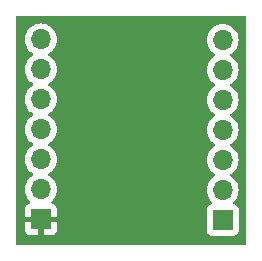
<source format=gbr>
%TF.GenerationSoftware,KiCad,Pcbnew,(7.0.0)*%
%TF.CreationDate,2023-04-14T14:15:19+02:00*%
%TF.ProjectId,ATtiny-final,41547469-6e79-42d6-9669-6e616c2e6b69,rev?*%
%TF.SameCoordinates,Original*%
%TF.FileFunction,Copper,L2,Inr*%
%TF.FilePolarity,Positive*%
%FSLAX46Y46*%
G04 Gerber Fmt 4.6, Leading zero omitted, Abs format (unit mm)*
G04 Created by KiCad (PCBNEW (7.0.0)) date 2023-04-14 14:15:19*
%MOMM*%
%LPD*%
G01*
G04 APERTURE LIST*
%TA.AperFunction,ComponentPad*%
%ADD10R,1.700000X1.700000*%
%TD*%
%TA.AperFunction,ComponentPad*%
%ADD11O,1.700000X1.700000*%
%TD*%
G04 APERTURE END LIST*
D10*
%TO.N,VCC*%
%TO.C,J1*%
X158999999Y-106699999D03*
D11*
%TO.N,/XDIR{slash}PA4*%
X158999999Y-104159999D03*
%TO.N,/PA5*%
X158999999Y-101619999D03*
%TO.N,/PA6*%
X158999999Y-99079999D03*
%TO.N,/PA7*%
X158999999Y-96539999D03*
%TO.N,/RxD{slash}PB3*%
X158999999Y-93999999D03*
%TO.N,/TxD{slash}PB2*%
X158999999Y-91459999D03*
%TD*%
D10*
%TO.N,GND*%
%TO.C,J2*%
X143599999Y-106659999D03*
D11*
%TO.N,/XCK{slash}PA3*%
X143599999Y-104119999D03*
%TO.N,/RXD{slash}PA2*%
X143599999Y-101579999D03*
%TO.N,/TXD{slash}PA1*%
X143599999Y-99039999D03*
%TO.N,/RESET-UDPI*%
X143599999Y-96499999D03*
%TO.N,/SCL{slash}XDIR{slash}PB0*%
X143599999Y-93959999D03*
%TO.N,/SDA{slash}XCK{slash}PB1*%
X143599999Y-91419999D03*
%TD*%
%TA.AperFunction,Conductor*%
%TO.N,GND*%
G36*
X160937500Y-89417113D02*
G01*
X160982887Y-89462500D01*
X160999500Y-89524500D01*
X160999500Y-108675500D01*
X160982887Y-108737500D01*
X160937500Y-108782887D01*
X160875500Y-108799500D01*
X141652500Y-108799500D01*
X141590500Y-108782887D01*
X141545113Y-108737500D01*
X141528500Y-108675500D01*
X141528500Y-107554518D01*
X142250000Y-107554518D01*
X142250353Y-107561114D01*
X142255573Y-107609667D01*
X142259111Y-107624641D01*
X142303547Y-107743777D01*
X142311962Y-107759189D01*
X142387498Y-107860092D01*
X142399907Y-107872501D01*
X142500810Y-107948037D01*
X142516222Y-107956452D01*
X142635358Y-108000888D01*
X142650332Y-108004426D01*
X142698885Y-108009646D01*
X142705482Y-108010000D01*
X143333674Y-108010000D01*
X143346549Y-108006549D01*
X143350000Y-107993674D01*
X143850000Y-107993674D01*
X143853450Y-108006549D01*
X143866326Y-108010000D01*
X144494518Y-108010000D01*
X144501114Y-108009646D01*
X144549667Y-108004426D01*
X144564641Y-108000888D01*
X144683777Y-107956452D01*
X144699189Y-107948037D01*
X144800092Y-107872501D01*
X144812501Y-107860092D01*
X144888037Y-107759189D01*
X144896452Y-107743777D01*
X144940888Y-107624641D01*
X144944426Y-107609667D01*
X144949646Y-107561114D01*
X144950000Y-107554518D01*
X144950000Y-106926326D01*
X144946549Y-106913450D01*
X144933674Y-106910000D01*
X143866326Y-106910000D01*
X143853450Y-106913450D01*
X143850000Y-106926326D01*
X143850000Y-107993674D01*
X143350000Y-107993674D01*
X143350000Y-106926326D01*
X143346549Y-106913450D01*
X143333674Y-106910000D01*
X142266326Y-106910000D01*
X142253450Y-106913450D01*
X142250000Y-106926326D01*
X142250000Y-107554518D01*
X141528500Y-107554518D01*
X141528500Y-104120000D01*
X142244341Y-104120000D01*
X142264937Y-104355408D01*
X142266336Y-104360630D01*
X142266337Y-104360634D01*
X142324694Y-104578430D01*
X142324697Y-104578438D01*
X142326097Y-104583663D01*
X142328385Y-104588570D01*
X142328386Y-104588572D01*
X142423678Y-104792927D01*
X142423681Y-104792933D01*
X142425965Y-104797830D01*
X142429064Y-104802257D01*
X142429066Y-104802259D01*
X142558399Y-104986966D01*
X142558402Y-104986970D01*
X142561505Y-104991401D01*
X142565336Y-104995232D01*
X142683818Y-105113714D01*
X142715114Y-105166460D01*
X142717303Y-105227753D01*
X142689850Y-105282597D01*
X142639471Y-105317576D01*
X142516226Y-105363544D01*
X142500810Y-105371962D01*
X142399907Y-105447498D01*
X142387498Y-105459907D01*
X142311962Y-105560810D01*
X142303547Y-105576222D01*
X142259111Y-105695358D01*
X142255573Y-105710332D01*
X142250353Y-105758885D01*
X142250000Y-105765482D01*
X142250000Y-106393674D01*
X142253450Y-106406549D01*
X142266326Y-106410000D01*
X144933674Y-106410000D01*
X144946549Y-106406549D01*
X144950000Y-106393674D01*
X144950000Y-105765482D01*
X144949646Y-105758885D01*
X144944426Y-105710332D01*
X144940888Y-105695358D01*
X144896452Y-105576222D01*
X144888037Y-105560810D01*
X144812501Y-105459907D01*
X144800092Y-105447498D01*
X144699189Y-105371962D01*
X144683779Y-105363548D01*
X144560528Y-105317577D01*
X144510149Y-105282597D01*
X144482696Y-105227753D01*
X144484885Y-105166460D01*
X144516178Y-105113717D01*
X144638495Y-104991401D01*
X144774035Y-104797830D01*
X144873903Y-104583663D01*
X144935063Y-104355408D01*
X144952159Y-104160000D01*
X157644341Y-104160000D01*
X157644813Y-104165395D01*
X157661894Y-104360634D01*
X157664937Y-104395408D01*
X157666336Y-104400630D01*
X157666337Y-104400634D01*
X157724694Y-104618430D01*
X157724697Y-104618438D01*
X157726097Y-104623663D01*
X157728385Y-104628570D01*
X157728386Y-104628572D01*
X157823678Y-104832927D01*
X157823681Y-104832933D01*
X157825965Y-104837830D01*
X157829064Y-104842257D01*
X157829066Y-104842259D01*
X157958399Y-105026966D01*
X157958402Y-105026970D01*
X157961505Y-105031401D01*
X157965336Y-105035232D01*
X158083430Y-105153326D01*
X158114726Y-105206072D01*
X158116915Y-105267365D01*
X158089462Y-105322210D01*
X158039083Y-105357189D01*
X157923702Y-105400223D01*
X157907669Y-105406204D01*
X157900572Y-105411516D01*
X157900568Y-105411519D01*
X157799550Y-105487141D01*
X157799546Y-105487144D01*
X157792454Y-105492454D01*
X157787144Y-105499546D01*
X157787141Y-105499550D01*
X157711519Y-105600568D01*
X157711516Y-105600572D01*
X157706204Y-105607669D01*
X157703104Y-105615978D01*
X157703104Y-105615980D01*
X157658620Y-105735247D01*
X157658619Y-105735250D01*
X157655909Y-105742517D01*
X157655079Y-105750227D01*
X157655079Y-105750232D01*
X157649855Y-105798819D01*
X157649854Y-105798831D01*
X157649500Y-105802127D01*
X157649500Y-105805448D01*
X157649500Y-105805449D01*
X157649500Y-107594560D01*
X157649500Y-107594578D01*
X157649501Y-107597872D01*
X157649853Y-107601150D01*
X157649854Y-107601161D01*
X157655079Y-107649768D01*
X157655080Y-107649773D01*
X157655909Y-107657483D01*
X157658619Y-107664749D01*
X157658620Y-107664753D01*
X157692217Y-107754831D01*
X157706204Y-107792331D01*
X157792454Y-107907546D01*
X157907669Y-107993796D01*
X158042517Y-108044091D01*
X158102127Y-108050500D01*
X159897872Y-108050499D01*
X159957483Y-108044091D01*
X160092331Y-107993796D01*
X160207546Y-107907546D01*
X160293796Y-107792331D01*
X160344091Y-107657483D01*
X160350500Y-107597873D01*
X160350499Y-105802128D01*
X160344091Y-105742517D01*
X160293796Y-105607669D01*
X160207546Y-105492454D01*
X160092331Y-105406204D01*
X160022359Y-105380106D01*
X159960916Y-105357189D01*
X159910537Y-105322210D01*
X159883084Y-105267365D01*
X159885273Y-105206072D01*
X159916566Y-105153329D01*
X160038495Y-105031401D01*
X160174035Y-104837830D01*
X160273903Y-104623663D01*
X160335063Y-104395408D01*
X160355659Y-104160000D01*
X160335063Y-103924592D01*
X160273903Y-103696337D01*
X160174035Y-103482171D01*
X160038495Y-103288599D01*
X159871401Y-103121505D01*
X159866968Y-103118401D01*
X159866961Y-103118395D01*
X159685842Y-102991575D01*
X159646976Y-102947257D01*
X159632965Y-102890000D01*
X159646976Y-102832743D01*
X159685842Y-102788425D01*
X159866961Y-102661604D01*
X159866961Y-102661603D01*
X159871401Y-102658495D01*
X160038495Y-102491401D01*
X160174035Y-102297830D01*
X160273903Y-102083663D01*
X160335063Y-101855408D01*
X160355659Y-101620000D01*
X160335063Y-101384592D01*
X160273903Y-101156337D01*
X160174035Y-100942171D01*
X160038495Y-100748599D01*
X159871401Y-100581505D01*
X159866968Y-100578401D01*
X159866961Y-100578395D01*
X159685842Y-100451575D01*
X159646976Y-100407257D01*
X159632965Y-100350000D01*
X159646976Y-100292743D01*
X159685842Y-100248425D01*
X159866961Y-100121604D01*
X159866961Y-100121603D01*
X159871401Y-100118495D01*
X160038495Y-99951401D01*
X160174035Y-99757830D01*
X160273903Y-99543663D01*
X160335063Y-99315408D01*
X160355659Y-99080000D01*
X160335063Y-98844592D01*
X160273903Y-98616337D01*
X160174035Y-98402171D01*
X160038495Y-98208599D01*
X159871401Y-98041505D01*
X159866968Y-98038401D01*
X159866961Y-98038395D01*
X159685842Y-97911575D01*
X159646976Y-97867257D01*
X159632965Y-97810000D01*
X159646976Y-97752743D01*
X159685842Y-97708425D01*
X159866961Y-97581604D01*
X159866961Y-97581603D01*
X159871401Y-97578495D01*
X160038495Y-97411401D01*
X160174035Y-97217830D01*
X160273903Y-97003663D01*
X160335063Y-96775408D01*
X160355659Y-96540000D01*
X160335063Y-96304592D01*
X160273903Y-96076337D01*
X160174035Y-95862171D01*
X160038495Y-95668599D01*
X159871401Y-95501505D01*
X159866968Y-95498401D01*
X159866961Y-95498395D01*
X159685842Y-95371575D01*
X159646976Y-95327257D01*
X159632965Y-95270000D01*
X159646976Y-95212743D01*
X159685842Y-95168425D01*
X159866961Y-95041604D01*
X159866961Y-95041603D01*
X159871401Y-95038495D01*
X160038495Y-94871401D01*
X160174035Y-94677830D01*
X160273903Y-94463663D01*
X160335063Y-94235408D01*
X160355659Y-94000000D01*
X160335063Y-93764592D01*
X160273903Y-93536337D01*
X160174035Y-93322171D01*
X160038495Y-93128599D01*
X159871401Y-92961505D01*
X159866968Y-92958401D01*
X159866961Y-92958395D01*
X159685842Y-92831575D01*
X159646976Y-92787257D01*
X159632965Y-92730000D01*
X159646976Y-92672743D01*
X159685842Y-92628425D01*
X159866961Y-92501604D01*
X159866961Y-92501603D01*
X159871401Y-92498495D01*
X160038495Y-92331401D01*
X160174035Y-92137830D01*
X160273903Y-91923663D01*
X160335063Y-91695408D01*
X160355659Y-91460000D01*
X160335063Y-91224592D01*
X160273903Y-90996337D01*
X160174035Y-90782171D01*
X160038495Y-90588599D01*
X159871401Y-90421505D01*
X159866970Y-90418402D01*
X159866966Y-90418399D01*
X159682259Y-90289066D01*
X159682257Y-90289064D01*
X159677830Y-90285965D01*
X159672933Y-90283681D01*
X159672927Y-90283678D01*
X159468572Y-90188386D01*
X159468570Y-90188385D01*
X159463663Y-90186097D01*
X159458438Y-90184697D01*
X159458430Y-90184694D01*
X159240634Y-90126337D01*
X159240630Y-90126336D01*
X159235408Y-90124937D01*
X159230020Y-90124465D01*
X159230017Y-90124465D01*
X159005395Y-90104813D01*
X159000000Y-90104341D01*
X158994605Y-90104813D01*
X158769982Y-90124465D01*
X158769977Y-90124465D01*
X158764592Y-90124937D01*
X158759371Y-90126335D01*
X158759365Y-90126337D01*
X158541569Y-90184694D01*
X158541557Y-90184698D01*
X158536337Y-90186097D01*
X158531432Y-90188383D01*
X158531427Y-90188386D01*
X158327081Y-90283675D01*
X158327077Y-90283677D01*
X158322171Y-90285965D01*
X158317738Y-90289068D01*
X158317731Y-90289073D01*
X158133034Y-90418399D01*
X158133029Y-90418402D01*
X158128599Y-90421505D01*
X158124775Y-90425328D01*
X158124769Y-90425334D01*
X157965334Y-90584769D01*
X157965328Y-90584775D01*
X157961505Y-90588599D01*
X157958402Y-90593029D01*
X157958399Y-90593034D01*
X157829073Y-90777731D01*
X157829068Y-90777738D01*
X157825965Y-90782171D01*
X157823677Y-90787077D01*
X157823675Y-90787081D01*
X157728386Y-90991427D01*
X157728383Y-90991432D01*
X157726097Y-90996337D01*
X157724698Y-91001557D01*
X157724694Y-91001569D01*
X157666337Y-91219365D01*
X157666335Y-91219371D01*
X157664937Y-91224592D01*
X157644341Y-91460000D01*
X157644813Y-91465395D01*
X157661894Y-91660634D01*
X157664937Y-91695408D01*
X157666336Y-91700630D01*
X157666337Y-91700634D01*
X157724694Y-91918430D01*
X157724697Y-91918438D01*
X157726097Y-91923663D01*
X157728385Y-91928570D01*
X157728386Y-91928572D01*
X157823678Y-92132927D01*
X157823681Y-92132933D01*
X157825965Y-92137830D01*
X157829064Y-92142257D01*
X157829066Y-92142259D01*
X157958399Y-92326966D01*
X157958402Y-92326970D01*
X157961505Y-92331401D01*
X158128599Y-92498495D01*
X158133032Y-92501599D01*
X158133038Y-92501604D01*
X158314158Y-92628425D01*
X158353024Y-92672743D01*
X158367035Y-92730000D01*
X158353024Y-92787257D01*
X158314159Y-92831575D01*
X158133041Y-92958395D01*
X158128599Y-92961505D01*
X158124775Y-92965328D01*
X158124769Y-92965334D01*
X157965334Y-93124769D01*
X157965328Y-93124775D01*
X157961505Y-93128599D01*
X157958402Y-93133029D01*
X157958399Y-93133034D01*
X157829073Y-93317731D01*
X157829068Y-93317738D01*
X157825965Y-93322171D01*
X157823677Y-93327077D01*
X157823675Y-93327081D01*
X157728386Y-93531427D01*
X157728383Y-93531432D01*
X157726097Y-93536337D01*
X157724698Y-93541557D01*
X157724694Y-93541569D01*
X157666337Y-93759365D01*
X157666335Y-93759371D01*
X157664937Y-93764592D01*
X157644341Y-94000000D01*
X157644813Y-94005395D01*
X157661894Y-94200634D01*
X157664937Y-94235408D01*
X157666336Y-94240630D01*
X157666337Y-94240634D01*
X157724694Y-94458430D01*
X157724697Y-94458438D01*
X157726097Y-94463663D01*
X157728385Y-94468570D01*
X157728386Y-94468572D01*
X157823678Y-94672927D01*
X157823681Y-94672933D01*
X157825965Y-94677830D01*
X157829064Y-94682257D01*
X157829066Y-94682259D01*
X157958399Y-94866966D01*
X157958402Y-94866970D01*
X157961505Y-94871401D01*
X158128599Y-95038495D01*
X158133032Y-95041599D01*
X158133038Y-95041604D01*
X158314158Y-95168425D01*
X158353024Y-95212743D01*
X158367035Y-95270000D01*
X158353024Y-95327257D01*
X158314159Y-95371575D01*
X158133041Y-95498395D01*
X158128599Y-95501505D01*
X158124775Y-95505328D01*
X158124769Y-95505334D01*
X157965334Y-95664769D01*
X157965328Y-95664775D01*
X157961505Y-95668599D01*
X157958402Y-95673029D01*
X157958399Y-95673034D01*
X157829073Y-95857731D01*
X157829068Y-95857738D01*
X157825965Y-95862171D01*
X157823677Y-95867077D01*
X157823675Y-95867081D01*
X157728386Y-96071427D01*
X157728383Y-96071432D01*
X157726097Y-96076337D01*
X157724698Y-96081557D01*
X157724694Y-96081569D01*
X157666337Y-96299365D01*
X157666335Y-96299371D01*
X157664937Y-96304592D01*
X157644341Y-96540000D01*
X157644813Y-96545395D01*
X157661894Y-96740634D01*
X157664937Y-96775408D01*
X157666336Y-96780630D01*
X157666337Y-96780634D01*
X157724694Y-96998430D01*
X157724697Y-96998438D01*
X157726097Y-97003663D01*
X157728385Y-97008570D01*
X157728386Y-97008572D01*
X157823678Y-97212927D01*
X157823681Y-97212933D01*
X157825965Y-97217830D01*
X157829064Y-97222257D01*
X157829066Y-97222259D01*
X157958399Y-97406966D01*
X157958402Y-97406970D01*
X157961505Y-97411401D01*
X158128599Y-97578495D01*
X158133032Y-97581599D01*
X158133038Y-97581604D01*
X158314158Y-97708425D01*
X158353024Y-97752743D01*
X158367035Y-97810000D01*
X158353024Y-97867257D01*
X158314159Y-97911575D01*
X158133041Y-98038395D01*
X158128599Y-98041505D01*
X158124775Y-98045328D01*
X158124769Y-98045334D01*
X157965334Y-98204769D01*
X157965328Y-98204775D01*
X157961505Y-98208599D01*
X157958402Y-98213029D01*
X157958399Y-98213034D01*
X157829073Y-98397731D01*
X157829068Y-98397738D01*
X157825965Y-98402171D01*
X157823677Y-98407077D01*
X157823675Y-98407081D01*
X157728386Y-98611427D01*
X157728383Y-98611432D01*
X157726097Y-98616337D01*
X157724698Y-98621557D01*
X157724694Y-98621569D01*
X157666337Y-98839365D01*
X157666335Y-98839371D01*
X157664937Y-98844592D01*
X157644341Y-99080000D01*
X157644813Y-99085395D01*
X157661894Y-99280634D01*
X157664937Y-99315408D01*
X157666336Y-99320630D01*
X157666337Y-99320634D01*
X157724694Y-99538430D01*
X157724697Y-99538438D01*
X157726097Y-99543663D01*
X157728385Y-99548570D01*
X157728386Y-99548572D01*
X157823678Y-99752927D01*
X157823681Y-99752933D01*
X157825965Y-99757830D01*
X157829064Y-99762257D01*
X157829066Y-99762259D01*
X157958399Y-99946966D01*
X157958402Y-99946970D01*
X157961505Y-99951401D01*
X158128599Y-100118495D01*
X158133032Y-100121599D01*
X158133038Y-100121604D01*
X158314158Y-100248425D01*
X158353024Y-100292743D01*
X158367035Y-100350000D01*
X158353024Y-100407257D01*
X158314159Y-100451575D01*
X158133041Y-100578395D01*
X158128599Y-100581505D01*
X158124775Y-100585328D01*
X158124769Y-100585334D01*
X157965334Y-100744769D01*
X157965328Y-100744775D01*
X157961505Y-100748599D01*
X157958402Y-100753029D01*
X157958399Y-100753034D01*
X157829073Y-100937731D01*
X157829068Y-100937738D01*
X157825965Y-100942171D01*
X157823677Y-100947077D01*
X157823675Y-100947081D01*
X157728386Y-101151427D01*
X157728383Y-101151432D01*
X157726097Y-101156337D01*
X157724698Y-101161557D01*
X157724694Y-101161569D01*
X157666337Y-101379365D01*
X157666335Y-101379371D01*
X157664937Y-101384592D01*
X157644341Y-101620000D01*
X157644813Y-101625395D01*
X157661894Y-101820634D01*
X157664937Y-101855408D01*
X157666336Y-101860630D01*
X157666337Y-101860634D01*
X157724694Y-102078430D01*
X157724697Y-102078438D01*
X157726097Y-102083663D01*
X157728385Y-102088570D01*
X157728386Y-102088572D01*
X157823678Y-102292927D01*
X157823681Y-102292933D01*
X157825965Y-102297830D01*
X157829064Y-102302257D01*
X157829066Y-102302259D01*
X157958399Y-102486966D01*
X157958402Y-102486970D01*
X157961505Y-102491401D01*
X158128599Y-102658495D01*
X158133032Y-102661599D01*
X158133038Y-102661604D01*
X158314158Y-102788425D01*
X158353024Y-102832743D01*
X158367035Y-102890000D01*
X158353024Y-102947257D01*
X158314159Y-102991575D01*
X158133041Y-103118395D01*
X158128599Y-103121505D01*
X158124775Y-103125328D01*
X158124769Y-103125334D01*
X157965334Y-103284769D01*
X157965328Y-103284775D01*
X157961505Y-103288599D01*
X157958402Y-103293029D01*
X157958399Y-103293034D01*
X157829073Y-103477731D01*
X157829068Y-103477738D01*
X157825965Y-103482171D01*
X157823677Y-103487077D01*
X157823675Y-103487081D01*
X157728386Y-103691427D01*
X157728383Y-103691432D01*
X157726097Y-103696337D01*
X157724698Y-103701557D01*
X157724694Y-103701569D01*
X157666337Y-103919365D01*
X157666335Y-103919371D01*
X157664937Y-103924592D01*
X157644341Y-104160000D01*
X144952159Y-104160000D01*
X144955659Y-104120000D01*
X144935063Y-103884592D01*
X144873903Y-103656337D01*
X144774035Y-103442171D01*
X144638495Y-103248599D01*
X144471401Y-103081505D01*
X144466970Y-103078402D01*
X144466966Y-103078399D01*
X144285841Y-102951574D01*
X144246976Y-102907256D01*
X144232965Y-102849999D01*
X144246976Y-102792742D01*
X144285839Y-102748426D01*
X144471401Y-102618495D01*
X144638495Y-102451401D01*
X144774035Y-102257830D01*
X144873903Y-102043663D01*
X144935063Y-101815408D01*
X144955659Y-101580000D01*
X144935063Y-101344592D01*
X144873903Y-101116337D01*
X144774035Y-100902171D01*
X144638495Y-100708599D01*
X144471401Y-100541505D01*
X144466968Y-100538401D01*
X144466961Y-100538395D01*
X144285842Y-100411575D01*
X144246976Y-100367257D01*
X144232965Y-100310000D01*
X144246976Y-100252743D01*
X144285842Y-100208425D01*
X144466961Y-100081604D01*
X144466961Y-100081603D01*
X144471401Y-100078495D01*
X144638495Y-99911401D01*
X144774035Y-99717830D01*
X144873903Y-99503663D01*
X144935063Y-99275408D01*
X144955659Y-99040000D01*
X144935063Y-98804592D01*
X144873903Y-98576337D01*
X144774035Y-98362171D01*
X144638495Y-98168599D01*
X144471401Y-98001505D01*
X144466968Y-97998401D01*
X144466961Y-97998395D01*
X144285842Y-97871575D01*
X144246976Y-97827257D01*
X144232965Y-97770000D01*
X144246976Y-97712743D01*
X144285842Y-97668425D01*
X144466961Y-97541604D01*
X144466961Y-97541603D01*
X144471401Y-97538495D01*
X144638495Y-97371401D01*
X144774035Y-97177830D01*
X144873903Y-96963663D01*
X144935063Y-96735408D01*
X144955659Y-96500000D01*
X144935063Y-96264592D01*
X144873903Y-96036337D01*
X144774035Y-95822171D01*
X144638495Y-95628599D01*
X144471401Y-95461505D01*
X144466970Y-95458402D01*
X144466966Y-95458399D01*
X144285841Y-95331574D01*
X144246976Y-95287256D01*
X144232965Y-95229999D01*
X144246976Y-95172742D01*
X144285839Y-95128426D01*
X144471401Y-94998495D01*
X144638495Y-94831401D01*
X144774035Y-94637830D01*
X144873903Y-94423663D01*
X144935063Y-94195408D01*
X144955659Y-93960000D01*
X144935063Y-93724592D01*
X144873903Y-93496337D01*
X144774035Y-93282171D01*
X144638495Y-93088599D01*
X144471401Y-92921505D01*
X144466968Y-92918401D01*
X144466961Y-92918395D01*
X144285842Y-92791575D01*
X144246976Y-92747257D01*
X144232965Y-92690000D01*
X144246976Y-92632743D01*
X144285842Y-92588425D01*
X144466961Y-92461604D01*
X144466961Y-92461603D01*
X144471401Y-92458495D01*
X144638495Y-92291401D01*
X144774035Y-92097830D01*
X144873903Y-91883663D01*
X144935063Y-91655408D01*
X144955659Y-91420000D01*
X144935063Y-91184592D01*
X144873903Y-90956337D01*
X144774035Y-90742171D01*
X144638495Y-90548599D01*
X144471401Y-90381505D01*
X144466970Y-90378402D01*
X144466966Y-90378399D01*
X144282259Y-90249066D01*
X144282257Y-90249064D01*
X144277830Y-90245965D01*
X144272933Y-90243681D01*
X144272927Y-90243678D01*
X144068572Y-90148386D01*
X144068570Y-90148385D01*
X144063663Y-90146097D01*
X144058438Y-90144697D01*
X144058430Y-90144694D01*
X143840634Y-90086337D01*
X143840630Y-90086336D01*
X143835408Y-90084937D01*
X143830020Y-90084465D01*
X143830017Y-90084465D01*
X143605395Y-90064813D01*
X143600000Y-90064341D01*
X143594605Y-90064813D01*
X143369982Y-90084465D01*
X143369977Y-90084465D01*
X143364592Y-90084937D01*
X143359371Y-90086335D01*
X143359365Y-90086337D01*
X143141569Y-90144694D01*
X143141557Y-90144698D01*
X143136337Y-90146097D01*
X143131432Y-90148383D01*
X143131427Y-90148386D01*
X142927081Y-90243675D01*
X142927077Y-90243677D01*
X142922171Y-90245965D01*
X142917738Y-90249068D01*
X142917731Y-90249073D01*
X142733034Y-90378399D01*
X142733029Y-90378402D01*
X142728599Y-90381505D01*
X142724775Y-90385328D01*
X142724769Y-90385334D01*
X142565334Y-90544769D01*
X142565328Y-90544775D01*
X142561505Y-90548599D01*
X142558402Y-90553029D01*
X142558399Y-90553034D01*
X142429073Y-90737731D01*
X142429068Y-90737738D01*
X142425965Y-90742171D01*
X142423677Y-90747077D01*
X142423675Y-90747081D01*
X142328386Y-90951427D01*
X142328383Y-90951432D01*
X142326097Y-90956337D01*
X142324698Y-90961557D01*
X142324694Y-90961569D01*
X142266337Y-91179365D01*
X142266335Y-91179371D01*
X142264937Y-91184592D01*
X142264465Y-91189977D01*
X142264465Y-91189982D01*
X142244813Y-91414605D01*
X142244341Y-91420000D01*
X142264937Y-91655408D01*
X142266336Y-91660630D01*
X142266337Y-91660634D01*
X142324694Y-91878430D01*
X142324697Y-91878438D01*
X142326097Y-91883663D01*
X142328385Y-91888570D01*
X142328386Y-91888572D01*
X142423678Y-92092927D01*
X142423681Y-92092933D01*
X142425965Y-92097830D01*
X142429064Y-92102257D01*
X142429066Y-92102259D01*
X142558399Y-92286966D01*
X142558402Y-92286970D01*
X142561505Y-92291401D01*
X142728599Y-92458495D01*
X142733032Y-92461599D01*
X142733038Y-92461604D01*
X142914158Y-92588425D01*
X142953024Y-92632743D01*
X142967035Y-92690000D01*
X142953024Y-92747257D01*
X142914159Y-92791575D01*
X142733041Y-92918395D01*
X142728599Y-92921505D01*
X142724775Y-92925328D01*
X142724769Y-92925334D01*
X142565334Y-93084769D01*
X142565328Y-93084775D01*
X142561505Y-93088599D01*
X142558402Y-93093029D01*
X142558399Y-93093034D01*
X142429073Y-93277731D01*
X142429068Y-93277738D01*
X142425965Y-93282171D01*
X142423677Y-93287077D01*
X142423675Y-93287081D01*
X142328386Y-93491427D01*
X142328383Y-93491432D01*
X142326097Y-93496337D01*
X142324698Y-93501557D01*
X142324694Y-93501569D01*
X142266337Y-93719365D01*
X142266335Y-93719371D01*
X142264937Y-93724592D01*
X142264465Y-93729977D01*
X142264465Y-93729982D01*
X142244813Y-93954605D01*
X142244341Y-93960000D01*
X142264937Y-94195408D01*
X142266336Y-94200630D01*
X142266337Y-94200634D01*
X142324694Y-94418430D01*
X142324697Y-94418438D01*
X142326097Y-94423663D01*
X142328385Y-94428570D01*
X142328386Y-94428572D01*
X142423678Y-94632927D01*
X142423681Y-94632933D01*
X142425965Y-94637830D01*
X142429064Y-94642257D01*
X142429066Y-94642259D01*
X142558399Y-94826966D01*
X142558402Y-94826970D01*
X142561505Y-94831401D01*
X142728599Y-94998495D01*
X142733032Y-95001599D01*
X142733038Y-95001604D01*
X142914158Y-95128425D01*
X142953024Y-95172743D01*
X142967035Y-95230000D01*
X142953024Y-95287257D01*
X142914160Y-95331574D01*
X142728599Y-95461505D01*
X142724775Y-95465328D01*
X142724769Y-95465334D01*
X142565334Y-95624769D01*
X142565328Y-95624775D01*
X142561505Y-95628599D01*
X142558402Y-95633029D01*
X142558399Y-95633034D01*
X142429073Y-95817731D01*
X142429068Y-95817738D01*
X142425965Y-95822171D01*
X142423677Y-95827077D01*
X142423675Y-95827081D01*
X142328386Y-96031427D01*
X142328383Y-96031432D01*
X142326097Y-96036337D01*
X142324698Y-96041557D01*
X142324694Y-96041569D01*
X142266337Y-96259365D01*
X142266335Y-96259371D01*
X142264937Y-96264592D01*
X142264465Y-96269977D01*
X142264465Y-96269982D01*
X142244813Y-96494605D01*
X142244341Y-96500000D01*
X142264937Y-96735408D01*
X142266336Y-96740630D01*
X142266337Y-96740634D01*
X142324694Y-96958430D01*
X142324697Y-96958438D01*
X142326097Y-96963663D01*
X142328385Y-96968570D01*
X142328386Y-96968572D01*
X142423678Y-97172927D01*
X142423681Y-97172933D01*
X142425965Y-97177830D01*
X142429064Y-97182257D01*
X142429066Y-97182259D01*
X142558399Y-97366966D01*
X142558402Y-97366970D01*
X142561505Y-97371401D01*
X142728599Y-97538495D01*
X142733032Y-97541599D01*
X142733038Y-97541604D01*
X142914158Y-97668425D01*
X142953024Y-97712743D01*
X142967035Y-97770000D01*
X142953024Y-97827257D01*
X142914159Y-97871575D01*
X142733041Y-97998395D01*
X142728599Y-98001505D01*
X142724775Y-98005328D01*
X142724769Y-98005334D01*
X142565334Y-98164769D01*
X142565328Y-98164775D01*
X142561505Y-98168599D01*
X142558402Y-98173029D01*
X142558399Y-98173034D01*
X142429073Y-98357731D01*
X142429068Y-98357738D01*
X142425965Y-98362171D01*
X142423677Y-98367077D01*
X142423675Y-98367081D01*
X142328386Y-98571427D01*
X142328383Y-98571432D01*
X142326097Y-98576337D01*
X142324698Y-98581557D01*
X142324694Y-98581569D01*
X142266337Y-98799365D01*
X142266335Y-98799371D01*
X142264937Y-98804592D01*
X142264465Y-98809977D01*
X142264465Y-98809982D01*
X142244813Y-99034605D01*
X142244341Y-99040000D01*
X142264937Y-99275408D01*
X142266336Y-99280630D01*
X142266337Y-99280634D01*
X142324694Y-99498430D01*
X142324697Y-99498438D01*
X142326097Y-99503663D01*
X142328385Y-99508570D01*
X142328386Y-99508572D01*
X142423678Y-99712927D01*
X142423681Y-99712933D01*
X142425965Y-99717830D01*
X142429064Y-99722257D01*
X142429066Y-99722259D01*
X142558399Y-99906966D01*
X142558402Y-99906970D01*
X142561505Y-99911401D01*
X142728599Y-100078495D01*
X142733032Y-100081599D01*
X142733038Y-100081604D01*
X142914158Y-100208425D01*
X142953024Y-100252743D01*
X142967035Y-100310000D01*
X142953024Y-100367257D01*
X142914159Y-100411575D01*
X142733041Y-100538395D01*
X142728599Y-100541505D01*
X142724775Y-100545328D01*
X142724769Y-100545334D01*
X142565334Y-100704769D01*
X142565328Y-100704775D01*
X142561505Y-100708599D01*
X142558402Y-100713029D01*
X142558399Y-100713034D01*
X142429073Y-100897731D01*
X142429068Y-100897738D01*
X142425965Y-100902171D01*
X142423677Y-100907077D01*
X142423675Y-100907081D01*
X142328386Y-101111427D01*
X142328383Y-101111432D01*
X142326097Y-101116337D01*
X142324698Y-101121557D01*
X142324694Y-101121569D01*
X142266337Y-101339365D01*
X142266335Y-101339371D01*
X142264937Y-101344592D01*
X142264465Y-101349977D01*
X142264465Y-101349982D01*
X142244813Y-101574605D01*
X142244341Y-101580000D01*
X142264937Y-101815408D01*
X142266336Y-101820630D01*
X142266337Y-101820634D01*
X142324694Y-102038430D01*
X142324697Y-102038438D01*
X142326097Y-102043663D01*
X142328385Y-102048570D01*
X142328386Y-102048572D01*
X142423678Y-102252927D01*
X142423681Y-102252933D01*
X142425965Y-102257830D01*
X142429064Y-102262257D01*
X142429066Y-102262259D01*
X142558399Y-102446966D01*
X142558402Y-102446970D01*
X142561505Y-102451401D01*
X142728599Y-102618495D01*
X142733032Y-102621599D01*
X142733038Y-102621604D01*
X142914158Y-102748425D01*
X142953024Y-102792743D01*
X142967035Y-102850000D01*
X142953024Y-102907257D01*
X142914160Y-102951574D01*
X142728599Y-103081505D01*
X142724775Y-103085328D01*
X142724769Y-103085334D01*
X142565334Y-103244769D01*
X142565328Y-103244775D01*
X142561505Y-103248599D01*
X142558402Y-103253029D01*
X142558399Y-103253034D01*
X142429073Y-103437731D01*
X142429068Y-103437738D01*
X142425965Y-103442171D01*
X142423677Y-103447077D01*
X142423675Y-103447081D01*
X142328386Y-103651427D01*
X142328383Y-103651432D01*
X142326097Y-103656337D01*
X142324698Y-103661557D01*
X142324694Y-103661569D01*
X142266337Y-103879365D01*
X142266335Y-103879371D01*
X142264937Y-103884592D01*
X142264465Y-103889977D01*
X142264465Y-103889982D01*
X142244813Y-104114605D01*
X142244341Y-104120000D01*
X141528500Y-104120000D01*
X141528500Y-89524500D01*
X141545113Y-89462500D01*
X141590500Y-89417113D01*
X141652500Y-89400500D01*
X160875500Y-89400500D01*
X160937500Y-89417113D01*
G37*
%TD.AperFunction*%
%TD*%
M02*

</source>
